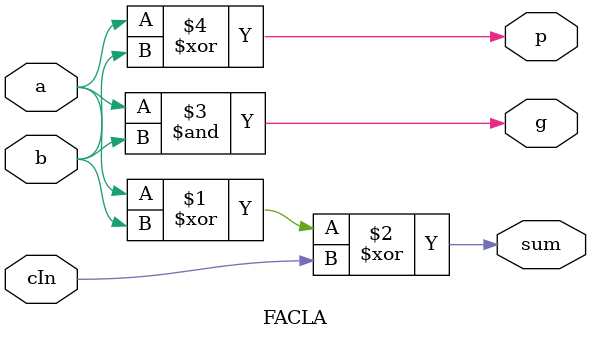
<source format=sv>
module FACLA (
  input   a, b, cIn,
  output  sum, g, p
);
  // Define your modified Full-Adder for the carry-look ahead here
  
  assign sum = a ^ b ^ cIn;
  assign g = a & b;
  assign p = a ^ b;

endmodule

</source>
